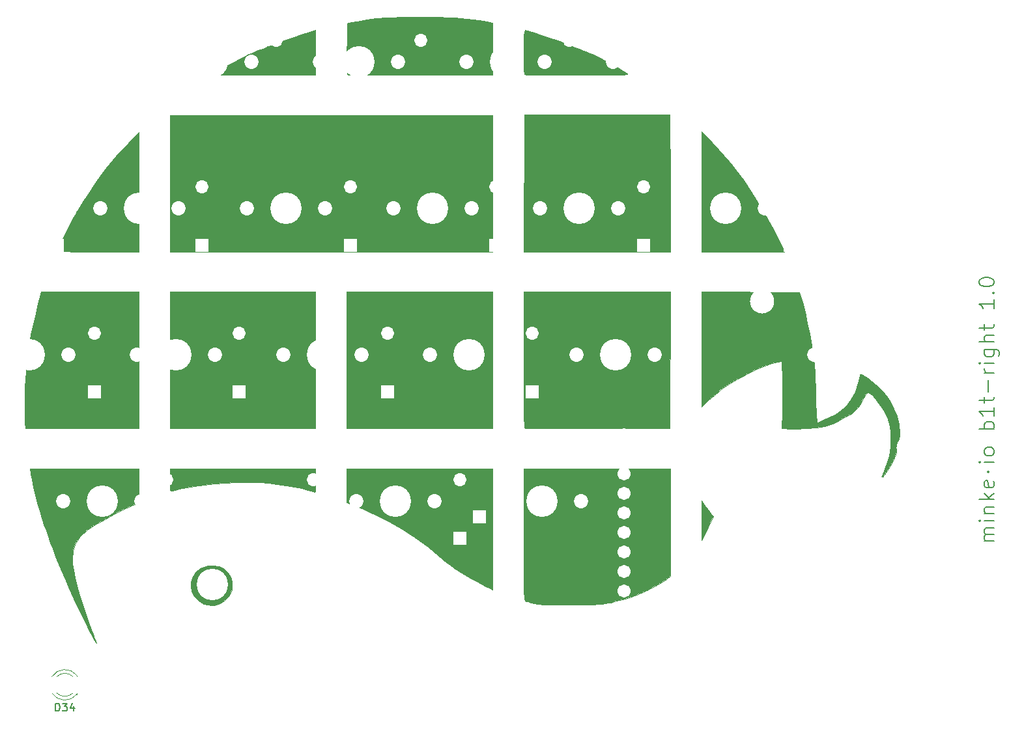
<source format=gto>
G04 #@! TF.GenerationSoftware,KiCad,Pcbnew,(5.1.4-0-10_14)*
G04 #@! TF.CreationDate,2021-02-15T09:54:11-08:00*
G04 #@! TF.ProjectId,mpm62-kb-right,6d706d36-322d-46b6-922d-72696768742e,rev?*
G04 #@! TF.SameCoordinates,Original*
G04 #@! TF.FileFunction,Legend,Top*
G04 #@! TF.FilePolarity,Positive*
%FSLAX46Y46*%
G04 Gerber Fmt 4.6, Leading zero omitted, Abs format (unit mm)*
G04 Created by KiCad (PCBNEW (5.1.4-0-10_14)) date 2021-02-15 09:54:11*
%MOMM*%
%LPD*%
G04 APERTURE LIST*
%ADD10C,0.150000*%
%ADD11C,0.010000*%
%ADD12C,0.120000*%
%ADD13C,4.089800*%
%ADD14C,1.852000*%
%ADD15C,4.502000*%
%ADD16C,3.150000*%
%ADD17O,1.702000X2.102000*%
%ADD18C,0.902000*%
%ADD19O,1.832000X1.132000*%
%ADD20C,0.100000*%
%ADD21C,1.132000*%
%ADD22O,1.702000X1.702000*%
%ADD23C,1.702000*%
%ADD24R,1.702000X1.702000*%
%ADD25C,1.902000*%
%ADD26R,1.902000X1.902000*%
%ADD27O,1.802000X1.802000*%
%ADD28R,1.802000X1.802000*%
G04 APERTURE END LIST*
D10*
X206390761Y-119488988D02*
X205057428Y-119488988D01*
X205247904Y-119488988D02*
X205152666Y-119393750D01*
X205057428Y-119203273D01*
X205057428Y-118917559D01*
X205152666Y-118727083D01*
X205343142Y-118631845D01*
X206390761Y-118631845D01*
X205343142Y-118631845D02*
X205152666Y-118536607D01*
X205057428Y-118346130D01*
X205057428Y-118060416D01*
X205152666Y-117869940D01*
X205343142Y-117774702D01*
X206390761Y-117774702D01*
X206390761Y-116822321D02*
X205057428Y-116822321D01*
X204390761Y-116822321D02*
X204486000Y-116917559D01*
X204581238Y-116822321D01*
X204486000Y-116727083D01*
X204390761Y-116822321D01*
X204581238Y-116822321D01*
X205057428Y-115869940D02*
X206390761Y-115869940D01*
X205247904Y-115869940D02*
X205152666Y-115774702D01*
X205057428Y-115584226D01*
X205057428Y-115298511D01*
X205152666Y-115108035D01*
X205343142Y-115012797D01*
X206390761Y-115012797D01*
X206390761Y-114060416D02*
X204390761Y-114060416D01*
X205628857Y-113869940D02*
X206390761Y-113298511D01*
X205057428Y-113298511D02*
X205819333Y-114060416D01*
X206295523Y-111679464D02*
X206390761Y-111869940D01*
X206390761Y-112250892D01*
X206295523Y-112441369D01*
X206105047Y-112536607D01*
X205343142Y-112536607D01*
X205152666Y-112441369D01*
X205057428Y-112250892D01*
X205057428Y-111869940D01*
X205152666Y-111679464D01*
X205343142Y-111584226D01*
X205533619Y-111584226D01*
X205724095Y-112536607D01*
X205533619Y-110441369D02*
X205628857Y-110536607D01*
X205724095Y-110441369D01*
X205628857Y-110346130D01*
X205533619Y-110441369D01*
X205724095Y-110441369D01*
X206390761Y-109203273D02*
X205057428Y-109203273D01*
X204390761Y-109203273D02*
X204486000Y-109298511D01*
X204581238Y-109203273D01*
X204486000Y-109108035D01*
X204390761Y-109203273D01*
X204581238Y-109203273D01*
X206390761Y-107965178D02*
X206295523Y-108155654D01*
X206200285Y-108250892D01*
X206009809Y-108346130D01*
X205438380Y-108346130D01*
X205247904Y-108250892D01*
X205152666Y-108155654D01*
X205057428Y-107965178D01*
X205057428Y-107679464D01*
X205152666Y-107488988D01*
X205247904Y-107393750D01*
X205438380Y-107298511D01*
X206009809Y-107298511D01*
X206200285Y-107393750D01*
X206295523Y-107488988D01*
X206390761Y-107679464D01*
X206390761Y-107965178D01*
X206390761Y-104917559D02*
X204390761Y-104917559D01*
X205152666Y-104917559D02*
X205057428Y-104727083D01*
X205057428Y-104346130D01*
X205152666Y-104155654D01*
X205247904Y-104060416D01*
X205438380Y-103965178D01*
X206009809Y-103965178D01*
X206200285Y-104060416D01*
X206295523Y-104155654D01*
X206390761Y-104346130D01*
X206390761Y-104727083D01*
X206295523Y-104917559D01*
X206390761Y-102060416D02*
X206390761Y-103203273D01*
X206390761Y-102631845D02*
X204390761Y-102631845D01*
X204676476Y-102822321D01*
X204866952Y-103012797D01*
X204962190Y-103203273D01*
X205057428Y-101488988D02*
X205057428Y-100727083D01*
X204390761Y-101203273D02*
X206105047Y-101203273D01*
X206295523Y-101108035D01*
X206390761Y-100917559D01*
X206390761Y-100727083D01*
X205628857Y-100060416D02*
X205628857Y-98536607D01*
X206390761Y-97584226D02*
X205057428Y-97584226D01*
X205438380Y-97584226D02*
X205247904Y-97488988D01*
X205152666Y-97393750D01*
X205057428Y-97203273D01*
X205057428Y-97012797D01*
X206390761Y-96346130D02*
X205057428Y-96346130D01*
X204390761Y-96346130D02*
X204486000Y-96441369D01*
X204581238Y-96346130D01*
X204486000Y-96250892D01*
X204390761Y-96346130D01*
X204581238Y-96346130D01*
X205057428Y-94536607D02*
X206676476Y-94536607D01*
X206866952Y-94631845D01*
X206962190Y-94727083D01*
X207057428Y-94917559D01*
X207057428Y-95203273D01*
X206962190Y-95393750D01*
X206295523Y-94536607D02*
X206390761Y-94727083D01*
X206390761Y-95108035D01*
X206295523Y-95298511D01*
X206200285Y-95393750D01*
X206009809Y-95488988D01*
X205438380Y-95488988D01*
X205247904Y-95393750D01*
X205152666Y-95298511D01*
X205057428Y-95108035D01*
X205057428Y-94727083D01*
X205152666Y-94536607D01*
X206390761Y-93584226D02*
X204390761Y-93584226D01*
X206390761Y-92727083D02*
X205343142Y-92727083D01*
X205152666Y-92822321D01*
X205057428Y-93012797D01*
X205057428Y-93298511D01*
X205152666Y-93488988D01*
X205247904Y-93584226D01*
X205057428Y-92060416D02*
X205057428Y-91298511D01*
X204390761Y-91774702D02*
X206105047Y-91774702D01*
X206295523Y-91679464D01*
X206390761Y-91488988D01*
X206390761Y-91298511D01*
X206390761Y-88060416D02*
X206390761Y-89203273D01*
X206390761Y-88631845D02*
X204390761Y-88631845D01*
X204676476Y-88822321D01*
X204866952Y-89012797D01*
X204962190Y-89203273D01*
X206200285Y-87203273D02*
X206295523Y-87108035D01*
X206390761Y-87203273D01*
X206295523Y-87298511D01*
X206200285Y-87203273D01*
X206390761Y-87203273D01*
X204390761Y-85869940D02*
X204390761Y-85679464D01*
X204486000Y-85488988D01*
X204581238Y-85393750D01*
X204771714Y-85298511D01*
X205152666Y-85203273D01*
X205628857Y-85203273D01*
X206009809Y-85298511D01*
X206200285Y-85393750D01*
X206295523Y-85488988D01*
X206390761Y-85679464D01*
X206390761Y-85869940D01*
X206295523Y-86060416D01*
X206200285Y-86155654D01*
X206009809Y-86250892D01*
X205628857Y-86346130D01*
X205152666Y-86346130D01*
X204771714Y-86250892D01*
X204581238Y-86155654D01*
X204486000Y-86060416D01*
X204390761Y-85869940D01*
D11*
G36*
X145636944Y-53064073D02*
G01*
X146043658Y-53179492D01*
X146607107Y-53354809D01*
X147286486Y-53576071D01*
X148040990Y-53829331D01*
X148829815Y-54100638D01*
X149612156Y-54376041D01*
X150347209Y-54641592D01*
X150994169Y-54883340D01*
X151512230Y-55087335D01*
X151704350Y-55168276D01*
X152219709Y-55386707D01*
X152655248Y-55560117D01*
X152954283Y-55666563D01*
X153050808Y-55689500D01*
X153254897Y-55749211D01*
X153639638Y-55914335D01*
X154165386Y-56163857D01*
X154792493Y-56476762D01*
X155481312Y-56832034D01*
X156192197Y-57208658D01*
X156885501Y-57585619D01*
X157521577Y-57941902D01*
X158060778Y-58256492D01*
X158463458Y-58508374D01*
X158689969Y-58676531D01*
X158694664Y-58681080D01*
X158710901Y-58721718D01*
X158657968Y-58755996D01*
X158517206Y-58784437D01*
X158269956Y-58807562D01*
X157897561Y-58825895D01*
X157381362Y-58839957D01*
X156702700Y-58850271D01*
X155842917Y-58857359D01*
X154783355Y-58861744D01*
X153505356Y-58863949D01*
X152143580Y-58864500D01*
X150858830Y-58862948D01*
X149651219Y-58858490D01*
X148544483Y-58851421D01*
X147562361Y-58842034D01*
X146728590Y-58830624D01*
X146066906Y-58817487D01*
X145601049Y-58802916D01*
X145354754Y-58787207D01*
X145321866Y-58779833D01*
X145297368Y-58633546D01*
X145275651Y-58270689D01*
X145257800Y-57728683D01*
X145244899Y-57044953D01*
X145238033Y-56256921D01*
X145237200Y-55858833D01*
X145239201Y-54927176D01*
X145246525Y-54220066D01*
X145261148Y-53708070D01*
X145285049Y-53361757D01*
X145320203Y-53151694D01*
X145368590Y-53048450D01*
X145427768Y-53022500D01*
X145636944Y-53064073D01*
X145636944Y-53064073D01*
G37*
X145636944Y-53064073D02*
X146043658Y-53179492D01*
X146607107Y-53354809D01*
X147286486Y-53576071D01*
X148040990Y-53829331D01*
X148829815Y-54100638D01*
X149612156Y-54376041D01*
X150347209Y-54641592D01*
X150994169Y-54883340D01*
X151512230Y-55087335D01*
X151704350Y-55168276D01*
X152219709Y-55386707D01*
X152655248Y-55560117D01*
X152954283Y-55666563D01*
X153050808Y-55689500D01*
X153254897Y-55749211D01*
X153639638Y-55914335D01*
X154165386Y-56163857D01*
X154792493Y-56476762D01*
X155481312Y-56832034D01*
X156192197Y-57208658D01*
X156885501Y-57585619D01*
X157521577Y-57941902D01*
X158060778Y-58256492D01*
X158463458Y-58508374D01*
X158689969Y-58676531D01*
X158694664Y-58681080D01*
X158710901Y-58721718D01*
X158657968Y-58755996D01*
X158517206Y-58784437D01*
X158269956Y-58807562D01*
X157897561Y-58825895D01*
X157381362Y-58839957D01*
X156702700Y-58850271D01*
X155842917Y-58857359D01*
X154783355Y-58861744D01*
X153505356Y-58863949D01*
X152143580Y-58864500D01*
X150858830Y-58862948D01*
X149651219Y-58858490D01*
X148544483Y-58851421D01*
X147562361Y-58842034D01*
X146728590Y-58830624D01*
X146066906Y-58817487D01*
X145601049Y-58802916D01*
X145354754Y-58787207D01*
X145321866Y-58779833D01*
X145297368Y-58633546D01*
X145275651Y-58270689D01*
X145257800Y-57728683D01*
X145244899Y-57044953D01*
X145238033Y-56256921D01*
X145237200Y-55858833D01*
X145239201Y-54927176D01*
X145246525Y-54220066D01*
X145261148Y-53708070D01*
X145285049Y-53361757D01*
X145320203Y-53151694D01*
X145368590Y-53048450D01*
X145427768Y-53022500D01*
X145636944Y-53064073D01*
G36*
X133116989Y-51320205D02*
G01*
X134311376Y-51330859D01*
X135337885Y-51353311D01*
X136239543Y-51390428D01*
X137059375Y-51445078D01*
X137840405Y-51520128D01*
X138625658Y-51618445D01*
X139458161Y-51742896D01*
X140379450Y-51896092D01*
X141173200Y-52032574D01*
X141173200Y-58864500D01*
X131796366Y-58864500D01*
X130275580Y-58863380D01*
X128829081Y-58860142D01*
X127476895Y-58854965D01*
X126239048Y-58848027D01*
X125135567Y-58839507D01*
X124186479Y-58829586D01*
X123411810Y-58818442D01*
X122831587Y-58806254D01*
X122465837Y-58793202D01*
X122334866Y-58779833D01*
X122304204Y-58626554D01*
X122280447Y-58262554D01*
X122263340Y-57728990D01*
X122252628Y-57067016D01*
X122248057Y-56317791D01*
X122249370Y-55522469D01*
X122256314Y-54722206D01*
X122268632Y-53958160D01*
X122286071Y-53271486D01*
X122308376Y-52703340D01*
X122335290Y-52294878D01*
X122366559Y-52087257D01*
X122376436Y-52070471D01*
X122537228Y-52028281D01*
X122907493Y-51958378D01*
X123445098Y-51867868D01*
X124107915Y-51763856D01*
X124821186Y-51658147D01*
X125456970Y-51568643D01*
X126018978Y-51496575D01*
X126546091Y-51440026D01*
X127077192Y-51397080D01*
X127651162Y-51365820D01*
X128306884Y-51344330D01*
X129083240Y-51330692D01*
X130019113Y-51322990D01*
X131153383Y-51319308D01*
X131711700Y-51318483D01*
X133116989Y-51320205D01*
X133116989Y-51320205D01*
G37*
X133116989Y-51320205D02*
X134311376Y-51330859D01*
X135337885Y-51353311D01*
X136239543Y-51390428D01*
X137059375Y-51445078D01*
X137840405Y-51520128D01*
X138625658Y-51618445D01*
X139458161Y-51742896D01*
X140379450Y-51896092D01*
X141173200Y-52032574D01*
X141173200Y-58864500D01*
X131796366Y-58864500D01*
X130275580Y-58863380D01*
X128829081Y-58860142D01*
X127476895Y-58854965D01*
X126239048Y-58848027D01*
X125135567Y-58839507D01*
X124186479Y-58829586D01*
X123411810Y-58818442D01*
X122831587Y-58806254D01*
X122465837Y-58793202D01*
X122334866Y-58779833D01*
X122304204Y-58626554D01*
X122280447Y-58262554D01*
X122263340Y-57728990D01*
X122252628Y-57067016D01*
X122248057Y-56317791D01*
X122249370Y-55522469D01*
X122256314Y-54722206D01*
X122268632Y-53958160D01*
X122286071Y-53271486D01*
X122308376Y-52703340D01*
X122335290Y-52294878D01*
X122366559Y-52087257D01*
X122376436Y-52070471D01*
X122537228Y-52028281D01*
X122907493Y-51958378D01*
X123445098Y-51867868D01*
X124107915Y-51763856D01*
X124821186Y-51658147D01*
X125456970Y-51568643D01*
X126018978Y-51496575D01*
X126546091Y-51440026D01*
X127077192Y-51397080D01*
X127651162Y-51365820D01*
X128306884Y-51344330D01*
X129083240Y-51330692D01*
X130019113Y-51322990D01*
X131153383Y-51319308D01*
X131711700Y-51318483D01*
X133116989Y-51320205D01*
G36*
X118143055Y-53143589D02*
G01*
X118158307Y-53483224D01*
X118170930Y-54005949D01*
X118180193Y-54676314D01*
X118185364Y-55458864D01*
X118186200Y-55943500D01*
X118186200Y-58864500D01*
X111455200Y-58864500D01*
X110174334Y-58863428D01*
X108973267Y-58860349D01*
X107875356Y-58855466D01*
X106903954Y-58848981D01*
X106082417Y-58841099D01*
X105434100Y-58832023D01*
X104982359Y-58821956D01*
X104750549Y-58811100D01*
X104724200Y-58805913D01*
X104831714Y-58706228D01*
X105129901Y-58512484D01*
X105582228Y-58244170D01*
X106152162Y-57920778D01*
X106803170Y-57561797D01*
X107498720Y-57186717D01*
X108202278Y-56815029D01*
X108877312Y-56466223D01*
X109487289Y-56159789D01*
X109995675Y-55915218D01*
X110365938Y-55751999D01*
X110561546Y-55689623D01*
X110565672Y-55689500D01*
X110729005Y-55642096D01*
X111072084Y-55513612D01*
X111541890Y-55324635D01*
X111996115Y-55134020D01*
X112377983Y-54980763D01*
X112916977Y-54777838D01*
X113572474Y-54539238D01*
X114303850Y-54278957D01*
X115070482Y-54010988D01*
X115831747Y-53749324D01*
X116547022Y-53507959D01*
X117175684Y-53300887D01*
X117677109Y-53142100D01*
X118010675Y-53045593D01*
X118125907Y-53022499D01*
X118143055Y-53143589D01*
X118143055Y-53143589D01*
G37*
X118143055Y-53143589D02*
X118158307Y-53483224D01*
X118170930Y-54005949D01*
X118180193Y-54676314D01*
X118185364Y-55458864D01*
X118186200Y-55943500D01*
X118186200Y-58864500D01*
X111455200Y-58864500D01*
X110174334Y-58863428D01*
X108973267Y-58860349D01*
X107875356Y-58855466D01*
X106903954Y-58848981D01*
X106082417Y-58841099D01*
X105434100Y-58832023D01*
X104982359Y-58821956D01*
X104750549Y-58811100D01*
X104724200Y-58805913D01*
X104831714Y-58706228D01*
X105129901Y-58512484D01*
X105582228Y-58244170D01*
X106152162Y-57920778D01*
X106803170Y-57561797D01*
X107498720Y-57186717D01*
X108202278Y-56815029D01*
X108877312Y-56466223D01*
X109487289Y-56159789D01*
X109995675Y-55915218D01*
X110365938Y-55751999D01*
X110561546Y-55689623D01*
X110565672Y-55689500D01*
X110729005Y-55642096D01*
X111072084Y-55513612D01*
X111541890Y-55324635D01*
X111996115Y-55134020D01*
X112377983Y-54980763D01*
X112916977Y-54777838D01*
X113572474Y-54539238D01*
X114303850Y-54278957D01*
X115070482Y-54010988D01*
X115831747Y-53749324D01*
X116547022Y-53507959D01*
X117175684Y-53300887D01*
X117677109Y-53142100D01*
X118010675Y-53045593D01*
X118125907Y-53022499D01*
X118143055Y-53143589D01*
G36*
X169020509Y-66870698D02*
G01*
X169984354Y-67898275D01*
X170801294Y-68787123D01*
X171504058Y-69578087D01*
X172125378Y-70312012D01*
X172697983Y-71029746D01*
X173254603Y-71772132D01*
X173827968Y-72580017D01*
X174450808Y-73494246D01*
X175050088Y-74395333D01*
X176431553Y-76587673D01*
X177619109Y-78690663D01*
X178636317Y-80746180D01*
X178691689Y-80867250D01*
X179139787Y-81851500D01*
X168351200Y-81851500D01*
X168356318Y-66167000D01*
X169020509Y-66870698D01*
X169020509Y-66870698D01*
G37*
X169020509Y-66870698D02*
X169984354Y-67898275D01*
X170801294Y-68787123D01*
X171504058Y-69578087D01*
X172125378Y-70312012D01*
X172697983Y-71029746D01*
X173254603Y-71772132D01*
X173827968Y-72580017D01*
X174450808Y-73494246D01*
X175050088Y-74395333D01*
X176431553Y-76587673D01*
X177619109Y-78690663D01*
X178636317Y-80746180D01*
X178691689Y-80867250D01*
X179139787Y-81851500D01*
X168351200Y-81851500D01*
X168356318Y-66167000D01*
X169020509Y-66870698D01*
G36*
X164256307Y-72929750D02*
G01*
X164288915Y-81851500D01*
X145235484Y-81851500D01*
X145300700Y-64008000D01*
X164223700Y-64008000D01*
X164256307Y-72929750D01*
X164256307Y-72929750D01*
G37*
X164256307Y-72929750D02*
X164288915Y-81851500D01*
X145235484Y-81851500D01*
X145300700Y-64008000D01*
X164223700Y-64008000D01*
X164256307Y-72929750D01*
G36*
X141173200Y-81851500D02*
G01*
X99263200Y-81851500D01*
X99263200Y-64071500D01*
X141173200Y-64071500D01*
X141173200Y-81851500D01*
X141173200Y-81851500D01*
G37*
X141173200Y-81851500D02*
X99263200Y-81851500D01*
X99263200Y-64071500D01*
X141173200Y-64071500D01*
X141173200Y-81851500D01*
G36*
X95197181Y-74072750D02*
G01*
X95199200Y-81851500D01*
X89865200Y-81851500D01*
X88728985Y-81849144D01*
X87675451Y-81842412D01*
X86730831Y-81831808D01*
X85921363Y-81817837D01*
X85273281Y-81801002D01*
X84812821Y-81781807D01*
X84566219Y-81760757D01*
X84531200Y-81749021D01*
X84587812Y-81584125D01*
X84744274Y-81234637D01*
X84980524Y-80739882D01*
X85276499Y-80139181D01*
X85612136Y-79471857D01*
X85967373Y-78777231D01*
X86322147Y-78094627D01*
X86656396Y-77463367D01*
X86950057Y-76922773D01*
X87183067Y-76512168D01*
X87300116Y-76321973D01*
X87575028Y-75902502D01*
X87936643Y-75347018D01*
X88334450Y-74733259D01*
X88658364Y-74231500D01*
X89447726Y-73037532D01*
X90211868Y-71954101D01*
X90991761Y-70930274D01*
X91828374Y-69915117D01*
X92762677Y-68857695D01*
X93835640Y-67707075D01*
X94276431Y-67247061D01*
X95195163Y-66294000D01*
X95197181Y-74072750D01*
X95197181Y-74072750D01*
G37*
X95197181Y-74072750D02*
X95199200Y-81851500D01*
X89865200Y-81851500D01*
X88728985Y-81849144D01*
X87675451Y-81842412D01*
X86730831Y-81831808D01*
X85921363Y-81817837D01*
X85273281Y-81801002D01*
X84812821Y-81781807D01*
X84566219Y-81760757D01*
X84531200Y-81749021D01*
X84587812Y-81584125D01*
X84744274Y-81234637D01*
X84980524Y-80739882D01*
X85276499Y-80139181D01*
X85612136Y-79471857D01*
X85967373Y-78777231D01*
X86322147Y-78094627D01*
X86656396Y-77463367D01*
X86950057Y-76922773D01*
X87183067Y-76512168D01*
X87300116Y-76321973D01*
X87575028Y-75902502D01*
X87936643Y-75347018D01*
X88334450Y-74733259D01*
X88658364Y-74231500D01*
X89447726Y-73037532D01*
X90211868Y-71954101D01*
X90991761Y-70930274D01*
X91828374Y-69915117D01*
X92762677Y-68857695D01*
X93835640Y-67707075D01*
X94276431Y-67247061D01*
X95195163Y-66294000D01*
X95197181Y-74072750D01*
G36*
X164223700Y-104775000D02*
G01*
X154815924Y-104807557D01*
X153292569Y-104811699D01*
X151843454Y-104813445D01*
X150488574Y-104812905D01*
X149247924Y-104810191D01*
X148141498Y-104805415D01*
X147189290Y-104798688D01*
X146411297Y-104790122D01*
X145827513Y-104779828D01*
X145457931Y-104767917D01*
X145322674Y-104754641D01*
X145308389Y-104616495D01*
X145294851Y-104245035D01*
X145282260Y-103660945D01*
X145270815Y-102884911D01*
X145260715Y-101937616D01*
X145252157Y-100839746D01*
X145245343Y-99611986D01*
X145240469Y-98275020D01*
X145237735Y-96849533D01*
X145237200Y-95863833D01*
X145237200Y-87058500D01*
X164288926Y-87058500D01*
X164223700Y-104775000D01*
X164223700Y-104775000D01*
G37*
X164223700Y-104775000D02*
X154815924Y-104807557D01*
X153292569Y-104811699D01*
X151843454Y-104813445D01*
X150488574Y-104812905D01*
X149247924Y-104810191D01*
X148141498Y-104805415D01*
X147189290Y-104798688D01*
X146411297Y-104790122D01*
X145827513Y-104779828D01*
X145457931Y-104767917D01*
X145322674Y-104754641D01*
X145308389Y-104616495D01*
X145294851Y-104245035D01*
X145282260Y-103660945D01*
X145270815Y-102884911D01*
X145260715Y-101937616D01*
X145252157Y-100839746D01*
X145245343Y-99611986D01*
X145240469Y-98275020D01*
X145237735Y-96849533D01*
X145237200Y-95863833D01*
X145237200Y-87058500D01*
X164288926Y-87058500D01*
X164223700Y-104775000D01*
G36*
X141173200Y-104838500D02*
G01*
X122250200Y-104838500D01*
X122250200Y-87058500D01*
X141173200Y-87058500D01*
X141173200Y-104838500D01*
X141173200Y-104838500D01*
G37*
X141173200Y-104838500D02*
X122250200Y-104838500D01*
X122250200Y-87058500D01*
X141173200Y-87058500D01*
X141173200Y-104838500D01*
G36*
X118186200Y-104838500D02*
G01*
X99263200Y-104838500D01*
X99263200Y-87058500D01*
X118186200Y-87058500D01*
X118186200Y-104838500D01*
X118186200Y-104838500D01*
G37*
X118186200Y-104838500D02*
X99263200Y-104838500D01*
X99263200Y-87058500D01*
X118186200Y-87058500D01*
X118186200Y-104838500D01*
G36*
X95199200Y-104838500D02*
G01*
X80487416Y-104838500D01*
X80395270Y-103981250D01*
X80358125Y-103407040D01*
X80343481Y-102629719D01*
X80349448Y-101699001D01*
X80374135Y-100664601D01*
X80415653Y-99576235D01*
X80472112Y-98483616D01*
X80541623Y-97436459D01*
X80622295Y-96484480D01*
X80710378Y-95691671D01*
X80935809Y-94087435D01*
X81178038Y-92645825D01*
X81454887Y-91275467D01*
X81784177Y-89884990D01*
X82016428Y-88995250D01*
X82536960Y-87058500D01*
X95199200Y-87058500D01*
X95199200Y-104838500D01*
X95199200Y-104838500D01*
G37*
X95199200Y-104838500D02*
X80487416Y-104838500D01*
X80395270Y-103981250D01*
X80358125Y-103407040D01*
X80343481Y-102629719D01*
X80349448Y-101699001D01*
X80374135Y-100664601D01*
X80415653Y-99576235D01*
X80472112Y-98483616D01*
X80541623Y-97436459D01*
X80622295Y-96484480D01*
X80710378Y-95691671D01*
X80935809Y-94087435D01*
X81178038Y-92645825D01*
X81454887Y-91275467D01*
X81784177Y-89884990D01*
X82016428Y-88995250D01*
X82536960Y-87058500D01*
X95199200Y-87058500D01*
X95199200Y-104838500D01*
G36*
X181093178Y-87122000D02*
G01*
X181450781Y-88392000D01*
X181774528Y-89636785D01*
X182097489Y-91054363D01*
X182403041Y-92564020D01*
X182674564Y-94085041D01*
X182836900Y-95123000D01*
X182935665Y-95868105D01*
X183013842Y-96629295D01*
X183074540Y-97456036D01*
X183120868Y-98397795D01*
X183155938Y-99504042D01*
X183178182Y-100552250D01*
X183202385Y-101699304D01*
X183230052Y-102605228D01*
X183261935Y-103282876D01*
X183298787Y-103745104D01*
X183341361Y-104004768D01*
X183384420Y-104075919D01*
X183548020Y-104022556D01*
X183889917Y-103877426D01*
X184361178Y-103662261D01*
X184912869Y-103398793D01*
X184951072Y-103380159D01*
X185703802Y-102991893D01*
X186280233Y-102641090D01*
X186745088Y-102285066D01*
X187057202Y-101991225D01*
X187776313Y-101090927D01*
X188333557Y-100036687D01*
X188695438Y-98893738D01*
X188726796Y-98739892D01*
X188819397Y-98289529D01*
X188902775Y-97945794D01*
X188960164Y-97777140D01*
X188963686Y-97772679D01*
X189118933Y-97785335D01*
X189419679Y-97941859D01*
X189826114Y-98212408D01*
X190298424Y-98567140D01*
X190796798Y-98976211D01*
X191281423Y-99409780D01*
X191696796Y-99821376D01*
X192277760Y-100472199D01*
X192724491Y-101072234D01*
X193107387Y-101721167D01*
X193284154Y-102069028D01*
X193769907Y-103230568D01*
X194044585Y-104332098D01*
X194117031Y-105440706D01*
X193996083Y-106623481D01*
X193930057Y-106970841D01*
X193611813Y-108152661D01*
X193153571Y-109216841D01*
X192509654Y-110268091D01*
X192462288Y-110335633D01*
X192079304Y-110872287D01*
X191825890Y-111210256D01*
X191689743Y-111361541D01*
X191658560Y-111338143D01*
X191720040Y-111152062D01*
X191783275Y-110998000D01*
X191955367Y-110574661D01*
X192107306Y-110175455D01*
X192130982Y-110109000D01*
X192252507Y-109800433D01*
X192354552Y-109601000D01*
X192526149Y-109233140D01*
X192678190Y-108666952D01*
X192801436Y-107957897D01*
X192886651Y-107161437D01*
X192924595Y-106333032D01*
X192925700Y-106172000D01*
X192880774Y-105108711D01*
X192730660Y-104181496D01*
X192452349Y-103330722D01*
X192022834Y-102496753D01*
X191419108Y-101619953D01*
X190936338Y-101015588D01*
X190518930Y-100527616D01*
X190218286Y-100235287D01*
X189995231Y-100133751D01*
X189810587Y-100218157D01*
X189625179Y-100483653D01*
X189446095Y-100831053D01*
X189203561Y-101261022D01*
X188892414Y-101725931D01*
X188552779Y-102175705D01*
X188224776Y-102560268D01*
X187948529Y-102829542D01*
X187764160Y-102933452D01*
X187761563Y-102933500D01*
X187594491Y-103000667D01*
X187298780Y-103173135D01*
X187071221Y-103323085D01*
X186239994Y-103827426D01*
X185355435Y-104222076D01*
X184381527Y-104514912D01*
X183282251Y-104713813D01*
X182021589Y-104826657D01*
X180563523Y-104861323D01*
X180057082Y-104857303D01*
X178745465Y-104838500D01*
X178835329Y-102832732D01*
X178860586Y-101992252D01*
X178870985Y-100997009D01*
X178866615Y-99945800D01*
X178847562Y-98937424D01*
X178831455Y-98451929D01*
X178737716Y-96076893D01*
X178211708Y-96159354D01*
X177806697Y-96259102D01*
X177227537Y-96450146D01*
X176527820Y-96711304D01*
X175761136Y-97021398D01*
X174981077Y-97359250D01*
X174241234Y-97703678D01*
X173989773Y-97827861D01*
X172980475Y-98382202D01*
X171933254Y-99039800D01*
X170918355Y-99751589D01*
X170006026Y-100468501D01*
X169314569Y-101093466D01*
X168351200Y-102047503D01*
X168351200Y-87056150D01*
X181093178Y-87122000D01*
X181093178Y-87122000D01*
G37*
X181093178Y-87122000D02*
X181450781Y-88392000D01*
X181774528Y-89636785D01*
X182097489Y-91054363D01*
X182403041Y-92564020D01*
X182674564Y-94085041D01*
X182836900Y-95123000D01*
X182935665Y-95868105D01*
X183013842Y-96629295D01*
X183074540Y-97456036D01*
X183120868Y-98397795D01*
X183155938Y-99504042D01*
X183178182Y-100552250D01*
X183202385Y-101699304D01*
X183230052Y-102605228D01*
X183261935Y-103282876D01*
X183298787Y-103745104D01*
X183341361Y-104004768D01*
X183384420Y-104075919D01*
X183548020Y-104022556D01*
X183889917Y-103877426D01*
X184361178Y-103662261D01*
X184912869Y-103398793D01*
X184951072Y-103380159D01*
X185703802Y-102991893D01*
X186280233Y-102641090D01*
X186745088Y-102285066D01*
X187057202Y-101991225D01*
X187776313Y-101090927D01*
X188333557Y-100036687D01*
X188695438Y-98893738D01*
X188726796Y-98739892D01*
X188819397Y-98289529D01*
X188902775Y-97945794D01*
X188960164Y-97777140D01*
X188963686Y-97772679D01*
X189118933Y-97785335D01*
X189419679Y-97941859D01*
X189826114Y-98212408D01*
X190298424Y-98567140D01*
X190796798Y-98976211D01*
X191281423Y-99409780D01*
X191696796Y-99821376D01*
X192277760Y-100472199D01*
X192724491Y-101072234D01*
X193107387Y-101721167D01*
X193284154Y-102069028D01*
X193769907Y-103230568D01*
X194044585Y-104332098D01*
X194117031Y-105440706D01*
X193996083Y-106623481D01*
X193930057Y-106970841D01*
X193611813Y-108152661D01*
X193153571Y-109216841D01*
X192509654Y-110268091D01*
X192462288Y-110335633D01*
X192079304Y-110872287D01*
X191825890Y-111210256D01*
X191689743Y-111361541D01*
X191658560Y-111338143D01*
X191720040Y-111152062D01*
X191783275Y-110998000D01*
X191955367Y-110574661D01*
X192107306Y-110175455D01*
X192130982Y-110109000D01*
X192252507Y-109800433D01*
X192354552Y-109601000D01*
X192526149Y-109233140D01*
X192678190Y-108666952D01*
X192801436Y-107957897D01*
X192886651Y-107161437D01*
X192924595Y-106333032D01*
X192925700Y-106172000D01*
X192880774Y-105108711D01*
X192730660Y-104181496D01*
X192452349Y-103330722D01*
X192022834Y-102496753D01*
X191419108Y-101619953D01*
X190936338Y-101015588D01*
X190518930Y-100527616D01*
X190218286Y-100235287D01*
X189995231Y-100133751D01*
X189810587Y-100218157D01*
X189625179Y-100483653D01*
X189446095Y-100831053D01*
X189203561Y-101261022D01*
X188892414Y-101725931D01*
X188552779Y-102175705D01*
X188224776Y-102560268D01*
X187948529Y-102829542D01*
X187764160Y-102933452D01*
X187761563Y-102933500D01*
X187594491Y-103000667D01*
X187298780Y-103173135D01*
X187071221Y-103323085D01*
X186239994Y-103827426D01*
X185355435Y-104222076D01*
X184381527Y-104514912D01*
X183282251Y-104713813D01*
X182021589Y-104826657D01*
X180563523Y-104861323D01*
X180057082Y-104857303D01*
X178745465Y-104838500D01*
X178835329Y-102832732D01*
X178860586Y-101992252D01*
X178870985Y-100997009D01*
X178866615Y-99945800D01*
X178847562Y-98937424D01*
X178831455Y-98451929D01*
X178737716Y-96076893D01*
X178211708Y-96159354D01*
X177806697Y-96259102D01*
X177227537Y-96450146D01*
X176527820Y-96711304D01*
X175761136Y-97021398D01*
X174981077Y-97359250D01*
X174241234Y-97703678D01*
X173989773Y-97827861D01*
X172980475Y-98382202D01*
X171933254Y-99039800D01*
X170918355Y-99751589D01*
X170006026Y-100468501D01*
X169314569Y-101093466D01*
X168351200Y-102047503D01*
X168351200Y-87056150D01*
X181093178Y-87122000D01*
G36*
X118186200Y-111569500D02*
G01*
X118178789Y-112156138D01*
X118158596Y-112635602D01*
X118128678Y-112959432D01*
X118092092Y-113079168D01*
X118090950Y-113079104D01*
X117928532Y-113038788D01*
X117595064Y-112947083D01*
X117170200Y-112825985D01*
X116385398Y-112630056D01*
X115413008Y-112435679D01*
X114319306Y-112252647D01*
X113170571Y-112090752D01*
X112033080Y-111959786D01*
X110973110Y-111869541D01*
X110524895Y-111844175D01*
X107742948Y-111814078D01*
X105009456Y-111974786D01*
X102371761Y-112322212D01*
X100427922Y-112716259D01*
X99943221Y-112829546D01*
X99561786Y-112916103D01*
X99343994Y-112962334D01*
X99316672Y-112966500D01*
X99295619Y-112847860D01*
X99278469Y-112525365D01*
X99267056Y-112049150D01*
X99263200Y-111506000D01*
X99263200Y-110045500D01*
X118186200Y-110045500D01*
X118186200Y-111569500D01*
X118186200Y-111569500D01*
G37*
X118186200Y-111569500D02*
X118178789Y-112156138D01*
X118158596Y-112635602D01*
X118128678Y-112959432D01*
X118092092Y-113079168D01*
X118090950Y-113079104D01*
X117928532Y-113038788D01*
X117595064Y-112947083D01*
X117170200Y-112825985D01*
X116385398Y-112630056D01*
X115413008Y-112435679D01*
X114319306Y-112252647D01*
X113170571Y-112090752D01*
X112033080Y-111959786D01*
X110973110Y-111869541D01*
X110524895Y-111844175D01*
X107742948Y-111814078D01*
X105009456Y-111974786D01*
X102371761Y-112322212D01*
X100427922Y-112716259D01*
X99943221Y-112829546D01*
X99561786Y-112916103D01*
X99343994Y-112962334D01*
X99316672Y-112966500D01*
X99295619Y-112847860D01*
X99278469Y-112525365D01*
X99267056Y-112049150D01*
X99263200Y-111506000D01*
X99263200Y-110045500D01*
X118186200Y-110045500D01*
X118186200Y-111569500D01*
G36*
X168872805Y-114945695D02*
G01*
X169172487Y-115365058D01*
X169451902Y-115735342D01*
X169645998Y-115971099D01*
X169897585Y-116245199D01*
X169135547Y-117812599D01*
X168373509Y-119380000D01*
X168362354Y-116787195D01*
X168351200Y-114194391D01*
X168872805Y-114945695D01*
X168872805Y-114945695D01*
G37*
X168872805Y-114945695D02*
X169172487Y-115365058D01*
X169451902Y-115735342D01*
X169645998Y-115971099D01*
X169897585Y-116245199D01*
X169135547Y-117812599D01*
X168373509Y-119380000D01*
X168362354Y-116787195D01*
X168351200Y-114194391D01*
X168872805Y-114945695D01*
G36*
X141173200Y-117919500D02*
G01*
X141172702Y-119307609D01*
X141171267Y-120617554D01*
X141168983Y-121827759D01*
X141165936Y-122916647D01*
X141162212Y-123862641D01*
X141157900Y-124644165D01*
X141153087Y-125239641D01*
X141147858Y-125627494D01*
X141142302Y-125786147D01*
X141141450Y-125788843D01*
X141023490Y-125732080D01*
X140722310Y-125579740D01*
X140280087Y-125353344D01*
X139739000Y-125074410D01*
X139585700Y-124995093D01*
X138935703Y-124649367D01*
X138289047Y-124289562D01*
X137720109Y-123957992D01*
X137303263Y-123696967D01*
X137299700Y-123694578D01*
X136870463Y-123413492D01*
X136481478Y-123170761D01*
X136220200Y-123020707D01*
X136008605Y-122879493D01*
X135652164Y-122606873D01*
X135196731Y-122239221D01*
X134688157Y-121812912D01*
X134569200Y-121710999D01*
X132768184Y-120228747D01*
X131028038Y-118940550D01*
X129297059Y-117812768D01*
X127523544Y-116811766D01*
X125655792Y-115903905D01*
X125615700Y-115885827D01*
X124884500Y-115558921D01*
X124189646Y-115252477D01*
X123581579Y-114988426D01*
X123110743Y-114788699D01*
X122853450Y-114684876D01*
X122250200Y-114455992D01*
X122250200Y-110045500D01*
X141173200Y-110045500D01*
X141173200Y-117919500D01*
X141173200Y-117919500D01*
G37*
X141173200Y-117919500D02*
X141172702Y-119307609D01*
X141171267Y-120617554D01*
X141168983Y-121827759D01*
X141165936Y-122916647D01*
X141162212Y-123862641D01*
X141157900Y-124644165D01*
X141153087Y-125239641D01*
X141147858Y-125627494D01*
X141142302Y-125786147D01*
X141141450Y-125788843D01*
X141023490Y-125732080D01*
X140722310Y-125579740D01*
X140280087Y-125353344D01*
X139739000Y-125074410D01*
X139585700Y-124995093D01*
X138935703Y-124649367D01*
X138289047Y-124289562D01*
X137720109Y-123957992D01*
X137303263Y-123696967D01*
X137299700Y-123694578D01*
X136870463Y-123413492D01*
X136481478Y-123170761D01*
X136220200Y-123020707D01*
X136008605Y-122879493D01*
X135652164Y-122606873D01*
X135196731Y-122239221D01*
X134688157Y-121812912D01*
X134569200Y-121710999D01*
X132768184Y-120228747D01*
X131028038Y-118940550D01*
X129297059Y-117812768D01*
X127523544Y-116811766D01*
X125655792Y-115903905D01*
X125615700Y-115885827D01*
X124884500Y-115558921D01*
X124189646Y-115252477D01*
X123581579Y-114988426D01*
X123110743Y-114788699D01*
X122853450Y-114684876D01*
X122250200Y-114455992D01*
X122250200Y-110045500D01*
X141173200Y-110045500D01*
X141173200Y-117919500D01*
G36*
X164287200Y-124016025D02*
G01*
X163493450Y-124600942D01*
X162484148Y-125251392D01*
X161273514Y-125874977D01*
X159914160Y-126450001D01*
X158458701Y-126954771D01*
X156959752Y-127367592D01*
X156562693Y-127458658D01*
X156171014Y-127538608D01*
X155781222Y-127602318D01*
X155356278Y-127652080D01*
X154859143Y-127690190D01*
X154252778Y-127718940D01*
X153500146Y-127740623D01*
X152564206Y-127757534D01*
X151523700Y-127770690D01*
X150391429Y-127781423D01*
X149478154Y-127784822D01*
X148748943Y-127779569D01*
X148168863Y-127764349D01*
X147702981Y-127737844D01*
X147316366Y-127698738D01*
X146974084Y-127645714D01*
X146691017Y-127588520D01*
X146186577Y-127473582D01*
X145760559Y-127369005D01*
X145488407Y-127293512D01*
X145452767Y-127281192D01*
X145410292Y-127251066D01*
X145373762Y-127183779D01*
X145342733Y-127061481D01*
X145316760Y-126866319D01*
X145295398Y-126580442D01*
X145278205Y-126185998D01*
X145264734Y-125665136D01*
X145254542Y-125000004D01*
X145247184Y-124172751D01*
X145242215Y-123165525D01*
X145239193Y-121960474D01*
X145237671Y-120539746D01*
X145237206Y-118885491D01*
X145237200Y-118621985D01*
X145237200Y-110045500D01*
X164287200Y-110045500D01*
X164287200Y-124016025D01*
X164287200Y-124016025D01*
G37*
X164287200Y-124016025D02*
X163493450Y-124600942D01*
X162484148Y-125251392D01*
X161273514Y-125874977D01*
X159914160Y-126450001D01*
X158458701Y-126954771D01*
X156959752Y-127367592D01*
X156562693Y-127458658D01*
X156171014Y-127538608D01*
X155781222Y-127602318D01*
X155356278Y-127652080D01*
X154859143Y-127690190D01*
X154252778Y-127718940D01*
X153500146Y-127740623D01*
X152564206Y-127757534D01*
X151523700Y-127770690D01*
X150391429Y-127781423D01*
X149478154Y-127784822D01*
X148748943Y-127779569D01*
X148168863Y-127764349D01*
X147702981Y-127737844D01*
X147316366Y-127698738D01*
X146974084Y-127645714D01*
X146691017Y-127588520D01*
X146186577Y-127473582D01*
X145760559Y-127369005D01*
X145488407Y-127293512D01*
X145452767Y-127281192D01*
X145410292Y-127251066D01*
X145373762Y-127183779D01*
X145342733Y-127061481D01*
X145316760Y-126866319D01*
X145295398Y-126580442D01*
X145278205Y-126185998D01*
X145264734Y-125665136D01*
X145254542Y-125000004D01*
X145247184Y-124172751D01*
X145242215Y-123165525D01*
X145239193Y-121960474D01*
X145237671Y-120539746D01*
X145237206Y-118885491D01*
X145237200Y-118621985D01*
X145237200Y-110045500D01*
X164287200Y-110045500D01*
X164287200Y-124016025D01*
G36*
X105621334Y-122794256D02*
G01*
X106251478Y-123107902D01*
X106769596Y-123562851D01*
X107144006Y-124135452D01*
X107343024Y-124802053D01*
X107334965Y-125539003D01*
X107268049Y-125843249D01*
X106937019Y-126582981D01*
X106420011Y-127175763D01*
X105756479Y-127591688D01*
X104985871Y-127800848D01*
X104660700Y-127819921D01*
X104155678Y-127769147D01*
X103652711Y-127641923D01*
X103508715Y-127585112D01*
X102916085Y-127191793D01*
X102434893Y-126632997D01*
X102101297Y-125973467D01*
X101951454Y-125277948D01*
X101970703Y-124831111D01*
X102212712Y-124081979D01*
X102658577Y-123452550D01*
X103274503Y-122988372D01*
X103375594Y-122937643D01*
X104151709Y-122685475D01*
X104910850Y-122645563D01*
X105621334Y-122794256D01*
X105621334Y-122794256D01*
G37*
X105621334Y-122794256D02*
X106251478Y-123107902D01*
X106769596Y-123562851D01*
X107144006Y-124135452D01*
X107343024Y-124802053D01*
X107334965Y-125539003D01*
X107268049Y-125843249D01*
X106937019Y-126582981D01*
X106420011Y-127175763D01*
X105756479Y-127591688D01*
X104985871Y-127800848D01*
X104660700Y-127819921D01*
X104155678Y-127769147D01*
X103652711Y-127641923D01*
X103508715Y-127585112D01*
X102916085Y-127191793D01*
X102434893Y-126632997D01*
X102101297Y-125973467D01*
X101951454Y-125277948D01*
X101970703Y-124831111D01*
X102212712Y-124081979D01*
X102658577Y-123452550D01*
X103274503Y-122988372D01*
X103375594Y-122937643D01*
X104151709Y-122685475D01*
X104910850Y-122645563D01*
X105621334Y-122794256D01*
G36*
X95189898Y-114427000D02*
G01*
X92940299Y-115500648D01*
X91627018Y-116157222D01*
X90438067Y-116811382D01*
X89399277Y-117446796D01*
X88536481Y-118047135D01*
X87875511Y-118596067D01*
X87603690Y-118874319D01*
X87020939Y-119722938D01*
X86664635Y-120683380D01*
X86538592Y-121745194D01*
X86538394Y-121793000D01*
X86584739Y-122410703D01*
X86716959Y-123228074D01*
X86925421Y-124209421D01*
X87200496Y-125319051D01*
X87532553Y-126521272D01*
X87911959Y-127780390D01*
X88329085Y-129060713D01*
X88774299Y-130326548D01*
X89014302Y-130968750D01*
X89250591Y-131593195D01*
X89447345Y-132124414D01*
X89589874Y-132521826D01*
X89663491Y-132744856D01*
X89669402Y-132778500D01*
X89602665Y-132671306D01*
X89438024Y-132372605D01*
X89193839Y-131916715D01*
X88888473Y-131337957D01*
X88540288Y-130670650D01*
X88497277Y-130587750D01*
X87626938Y-128861569D01*
X86833903Y-127180901D01*
X86065835Y-125432475D01*
X85607189Y-124333000D01*
X85395993Y-123828411D01*
X85212686Y-123409116D01*
X85083218Y-123133559D01*
X85043301Y-123063000D01*
X84951445Y-122879731D01*
X84789608Y-122494643D01*
X84571864Y-121945602D01*
X84312289Y-121270478D01*
X84024957Y-120507138D01*
X83723944Y-119693452D01*
X83423324Y-118867286D01*
X83137172Y-118066510D01*
X82879563Y-117328991D01*
X82664572Y-116692599D01*
X82587697Y-116456234D01*
X82313755Y-115550981D01*
X82033087Y-114536433D01*
X81762400Y-113480657D01*
X81518399Y-112451717D01*
X81317790Y-111517682D01*
X81177279Y-110746616D01*
X81162349Y-110648750D01*
X81073359Y-110045500D01*
X95199200Y-110045500D01*
X95189898Y-114427000D01*
X95189898Y-114427000D01*
G37*
X95189898Y-114427000D02*
X92940299Y-115500648D01*
X91627018Y-116157222D01*
X90438067Y-116811382D01*
X89399277Y-117446796D01*
X88536481Y-118047135D01*
X87875511Y-118596067D01*
X87603690Y-118874319D01*
X87020939Y-119722938D01*
X86664635Y-120683380D01*
X86538592Y-121745194D01*
X86538394Y-121793000D01*
X86584739Y-122410703D01*
X86716959Y-123228074D01*
X86925421Y-124209421D01*
X87200496Y-125319051D01*
X87532553Y-126521272D01*
X87911959Y-127780390D01*
X88329085Y-129060713D01*
X88774299Y-130326548D01*
X89014302Y-130968750D01*
X89250591Y-131593195D01*
X89447345Y-132124414D01*
X89589874Y-132521826D01*
X89663491Y-132744856D01*
X89669402Y-132778500D01*
X89602665Y-132671306D01*
X89438024Y-132372605D01*
X89193839Y-131916715D01*
X88888473Y-131337957D01*
X88540288Y-130670650D01*
X88497277Y-130587750D01*
X87626938Y-128861569D01*
X86833903Y-127180901D01*
X86065835Y-125432475D01*
X85607189Y-124333000D01*
X85395993Y-123828411D01*
X85212686Y-123409116D01*
X85083218Y-123133559D01*
X85043301Y-123063000D01*
X84951445Y-122879731D01*
X84789608Y-122494643D01*
X84571864Y-121945602D01*
X84312289Y-121270478D01*
X84024957Y-120507138D01*
X83723944Y-119693452D01*
X83423324Y-118867286D01*
X83137172Y-118066510D01*
X82879563Y-117328991D01*
X82664572Y-116692599D01*
X82587697Y-116456234D01*
X82313755Y-115550981D01*
X82033087Y-114536433D01*
X81762400Y-113480657D01*
X81518399Y-112451717D01*
X81317790Y-111517682D01*
X81177279Y-110746616D01*
X81162349Y-110648750D01*
X81073359Y-110045500D01*
X95199200Y-110045500D01*
X95189898Y-114427000D01*
D12*
X87158000Y-137096000D02*
X87158000Y-136940000D01*
X87158000Y-139412000D02*
X87158000Y-139256000D01*
X84556870Y-137096163D02*
G75*
G02X86638961Y-137096000I1041130J-1079837D01*
G01*
X84556870Y-139255837D02*
G75*
G03X86638961Y-139256000I1041130J1079837D01*
G01*
X83925665Y-137097392D02*
G75*
G02X87158000Y-136940484I1672335J-1078608D01*
G01*
X83925665Y-139254608D02*
G75*
G03X87158000Y-139411516I1672335J1078608D01*
G01*
D10*
X84383714Y-141588380D02*
X84383714Y-140588380D01*
X84621809Y-140588380D01*
X84764666Y-140636000D01*
X84859904Y-140731238D01*
X84907523Y-140826476D01*
X84955142Y-141016952D01*
X84955142Y-141159809D01*
X84907523Y-141350285D01*
X84859904Y-141445523D01*
X84764666Y-141540761D01*
X84621809Y-141588380D01*
X84383714Y-141588380D01*
X85288476Y-140588380D02*
X85907523Y-140588380D01*
X85574190Y-140969333D01*
X85717047Y-140969333D01*
X85812285Y-141016952D01*
X85859904Y-141064571D01*
X85907523Y-141159809D01*
X85907523Y-141397904D01*
X85859904Y-141493142D01*
X85812285Y-141540761D01*
X85717047Y-141588380D01*
X85431333Y-141588380D01*
X85336095Y-141540761D01*
X85288476Y-141493142D01*
X86764666Y-140921714D02*
X86764666Y-141588380D01*
X86526571Y-140540761D02*
X86288476Y-141255047D01*
X86907523Y-141255047D01*
%LPC*%
D13*
X150018750Y-133350000D03*
D14*
X144938750Y-133350000D03*
X155098750Y-133350000D03*
D15*
X185737500Y-133350000D03*
X184150000Y-76200000D03*
X71437500Y-126206250D03*
X66675000Y-66675000D03*
D13*
X197643750Y-133350000D03*
D14*
X192563750Y-133350000D03*
X202723750Y-133350000D03*
D13*
X183356250Y-114300000D03*
D14*
X178276250Y-114300000D03*
X188436250Y-114300000D03*
D16*
X171450000Y-107315000D03*
X195262500Y-107315000D03*
D13*
X171450000Y-122555000D03*
X195262500Y-122555000D03*
X188118750Y-95250000D03*
D14*
X183038750Y-95250000D03*
X193198750Y-95250000D03*
D16*
X176212500Y-88265000D03*
X200025000Y-88265000D03*
D13*
X176212500Y-103505000D03*
X200025000Y-103505000D03*
X195262500Y-76200000D03*
D14*
X190182500Y-76200000D03*
X200342500Y-76200000D03*
D13*
X190500000Y-57150000D03*
D14*
X185420000Y-57150000D03*
X195580000Y-57150000D03*
D16*
X178593750Y-50165000D03*
X202406250Y-50165000D03*
D13*
X178593750Y-65405000D03*
X202406250Y-65405000D03*
X173831250Y-133350000D03*
D14*
X168751250Y-133350000D03*
X178911250Y-133350000D03*
X166370000Y-76200000D03*
X176530000Y-76200000D03*
D13*
X171450000Y-76200000D03*
D14*
X156845000Y-57150000D03*
X167005000Y-57150000D03*
D13*
X161925000Y-57150000D03*
D14*
X142557500Y-114300000D03*
X152717500Y-114300000D03*
D13*
X147637500Y-114300000D03*
D14*
X152082500Y-95250000D03*
X162242500Y-95250000D03*
D13*
X157162500Y-95250000D03*
D14*
X147320000Y-76200000D03*
X157480000Y-76200000D03*
D13*
X152400000Y-76200000D03*
D14*
X137795000Y-57150000D03*
X147955000Y-57150000D03*
D13*
X142875000Y-57150000D03*
X126206250Y-133350000D03*
D14*
X121126250Y-133350000D03*
X131286250Y-133350000D03*
X123507500Y-114300000D03*
X133667500Y-114300000D03*
D13*
X128587500Y-114300000D03*
D14*
X133032500Y-95250000D03*
X143192500Y-95250000D03*
D13*
X138112500Y-95250000D03*
D14*
X128270000Y-76200000D03*
X138430000Y-76200000D03*
D13*
X133350000Y-76200000D03*
D14*
X118745000Y-57150000D03*
X128905000Y-57150000D03*
D13*
X123825000Y-57150000D03*
D14*
X104457500Y-114300000D03*
X114617500Y-114300000D03*
D13*
X109537500Y-114300000D03*
D14*
X113982500Y-95250000D03*
X124142500Y-95250000D03*
D13*
X119062500Y-95250000D03*
D14*
X109220000Y-76200000D03*
X119380000Y-76200000D03*
D13*
X114300000Y-76200000D03*
D14*
X99695000Y-57150000D03*
X109855000Y-57150000D03*
D13*
X104775000Y-57150000D03*
X85725000Y-133350000D03*
D14*
X80645000Y-133350000D03*
X90805000Y-133350000D03*
D16*
X66675000Y-140335000D03*
X104775000Y-140335000D03*
D13*
X66675000Y-125095000D03*
X104775000Y-125095000D03*
D14*
X85407500Y-114300000D03*
X95567500Y-114300000D03*
D13*
X90487500Y-114300000D03*
D14*
X94932500Y-95250000D03*
X105092500Y-95250000D03*
D13*
X100012500Y-95250000D03*
D14*
X90170000Y-76200000D03*
X100330000Y-76200000D03*
D13*
X95250000Y-76200000D03*
D14*
X80645000Y-57150000D03*
X90805000Y-57150000D03*
D13*
X85725000Y-57150000D03*
D14*
X66357500Y-114300000D03*
X76517500Y-114300000D03*
D13*
X71437500Y-114300000D03*
D14*
X75882500Y-95250000D03*
X86042500Y-95250000D03*
D13*
X80962500Y-95250000D03*
D14*
X71120000Y-76200000D03*
X81280000Y-76200000D03*
D13*
X76200000Y-76200000D03*
D14*
X61595000Y-57150000D03*
X71755000Y-57150000D03*
D13*
X66675000Y-57150000D03*
D14*
X56832500Y-95250000D03*
X66992500Y-95250000D03*
D13*
X61912500Y-95250000D03*
D14*
X52070000Y-76200000D03*
X62230000Y-76200000D03*
D13*
X57150000Y-76200000D03*
D17*
X58914000Y-132184000D03*
D18*
X61214000Y-127584000D03*
X61214000Y-134584000D03*
D17*
X58914000Y-129184000D03*
X58914000Y-136184000D03*
X63514000Y-137284000D03*
D19*
X71628000Y-135437000D03*
X71628000Y-133937000D03*
X71628000Y-132437000D03*
D20*
G36*
X72296175Y-130372323D02*
G01*
X72322846Y-130376279D01*
X72349001Y-130382831D01*
X72374389Y-130391915D01*
X72398763Y-130403443D01*
X72421890Y-130417305D01*
X72443547Y-130433367D01*
X72463526Y-130451474D01*
X72481633Y-130471453D01*
X72497695Y-130493110D01*
X72511557Y-130516237D01*
X72523085Y-130540611D01*
X72532169Y-130565999D01*
X72538721Y-130592154D01*
X72542677Y-130618825D01*
X72544000Y-130645756D01*
X72544000Y-131228244D01*
X72542677Y-131255175D01*
X72538721Y-131281846D01*
X72532169Y-131308001D01*
X72523085Y-131333389D01*
X72511557Y-131357763D01*
X72497695Y-131380890D01*
X72481633Y-131402547D01*
X72463526Y-131422526D01*
X72443547Y-131440633D01*
X72421890Y-131456695D01*
X72398763Y-131470557D01*
X72374389Y-131482085D01*
X72349001Y-131491169D01*
X72322846Y-131497721D01*
X72296175Y-131501677D01*
X72269244Y-131503000D01*
X70986756Y-131503000D01*
X70959825Y-131501677D01*
X70933154Y-131497721D01*
X70906999Y-131491169D01*
X70881611Y-131482085D01*
X70857237Y-131470557D01*
X70834110Y-131456695D01*
X70812453Y-131440633D01*
X70792474Y-131422526D01*
X70774367Y-131402547D01*
X70758305Y-131380890D01*
X70744443Y-131357763D01*
X70732915Y-131333389D01*
X70723831Y-131308001D01*
X70717279Y-131281846D01*
X70713323Y-131255175D01*
X70712000Y-131228244D01*
X70712000Y-130645756D01*
X70713323Y-130618825D01*
X70717279Y-130592154D01*
X70723831Y-130565999D01*
X70732915Y-130540611D01*
X70744443Y-130516237D01*
X70758305Y-130493110D01*
X70774367Y-130471453D01*
X70792474Y-130451474D01*
X70812453Y-130433367D01*
X70834110Y-130417305D01*
X70857237Y-130403443D01*
X70881611Y-130391915D01*
X70906999Y-130382831D01*
X70933154Y-130376279D01*
X70959825Y-130372323D01*
X70986756Y-130371000D01*
X72269244Y-130371000D01*
X72296175Y-130372323D01*
X72296175Y-130372323D01*
G37*
D21*
X71628000Y-130937000D03*
D22*
X115062000Y-133604000D03*
D23*
X115062000Y-125984000D03*
X158242000Y-105664000D03*
X158242000Y-108204000D03*
X158242000Y-110744000D03*
X158242000Y-113284000D03*
X158242000Y-115824000D03*
X158242000Y-118364000D03*
X158242000Y-120904000D03*
X158242000Y-123444000D03*
X158242000Y-125984000D03*
X158242000Y-128524000D03*
X158242000Y-131064000D03*
X158242000Y-133604000D03*
X158242000Y-136144000D03*
X158242000Y-138684000D03*
X165862000Y-138684000D03*
X165862000Y-136144000D03*
X165862000Y-133604000D03*
X165862000Y-131064000D03*
X165862000Y-128524000D03*
X165862000Y-125984000D03*
X165862000Y-123444000D03*
X165862000Y-120904000D03*
X165862000Y-118364000D03*
X165862000Y-115824000D03*
X165862000Y-113284000D03*
X165862000Y-110744000D03*
X165862000Y-108204000D03*
D24*
X165862000Y-105664000D03*
D25*
X84328000Y-138176000D03*
D26*
X86868000Y-138176000D03*
D27*
X76200000Y-137033000D03*
X76200000Y-134493000D03*
X76200000Y-131953000D03*
D28*
X76200000Y-129413000D03*
D22*
X206248000Y-129540000D03*
D24*
X206248000Y-137160000D03*
D22*
X191516000Y-112014000D03*
D24*
X191516000Y-119634000D03*
D22*
X196215000Y-92456000D03*
D24*
X196215000Y-100076000D03*
D22*
X203708000Y-73406000D03*
D24*
X203708000Y-81026000D03*
D22*
X198501000Y-54356000D03*
D24*
X198501000Y-61976000D03*
D22*
X182372000Y-122555000D03*
D24*
X182372000Y-130175000D03*
D22*
X179832000Y-73406000D03*
D24*
X179832000Y-81026000D03*
D22*
X170180000Y-54356000D03*
D24*
X170180000Y-61976000D03*
D22*
X141478000Y-129540000D03*
D24*
X141478000Y-137160000D03*
D22*
X139446000Y-108712000D03*
D24*
X139446000Y-116332000D03*
D22*
X165354000Y-92456000D03*
D24*
X165354000Y-100076000D03*
D22*
X160782000Y-73406000D03*
D24*
X160782000Y-81026000D03*
D22*
X151130000Y-54356000D03*
D24*
X151130000Y-61976000D03*
D22*
X134874000Y-129540000D03*
D24*
X134874000Y-137160000D03*
D22*
X136906000Y-111506000D03*
D24*
X136906000Y-119126000D03*
D22*
X146304000Y-92456000D03*
D24*
X146304000Y-100076000D03*
D22*
X141605000Y-73406000D03*
D24*
X141605000Y-81026000D03*
D22*
X131826000Y-54356000D03*
D24*
X131826000Y-61976000D03*
D22*
X117856000Y-111506000D03*
D24*
X117856000Y-119126000D03*
D22*
X127508000Y-92456000D03*
D24*
X127508000Y-100076000D03*
D22*
X122682000Y-73406000D03*
D24*
X122682000Y-81026000D03*
D22*
X113030000Y-54356000D03*
D24*
X113030000Y-61976000D03*
D22*
X98806000Y-111506000D03*
D24*
X98806000Y-119126000D03*
D22*
X108204000Y-92456000D03*
D24*
X108204000Y-100076000D03*
D22*
X103378000Y-73406000D03*
D24*
X103378000Y-81026000D03*
D22*
X93980000Y-54356000D03*
D24*
X93980000Y-61976000D03*
D22*
X94234000Y-129540000D03*
D24*
X94234000Y-137160000D03*
D22*
X79756000Y-111506000D03*
D24*
X79756000Y-119126000D03*
D22*
X89408000Y-92456000D03*
D24*
X89408000Y-100076000D03*
D22*
X84582000Y-73406000D03*
D24*
X84582000Y-81026000D03*
D22*
X74930000Y-54356000D03*
D24*
X74930000Y-61976000D03*
D22*
X70231000Y-92456000D03*
D24*
X70231000Y-100076000D03*
D22*
X65278000Y-73406000D03*
D24*
X65278000Y-81026000D03*
M02*

</source>
